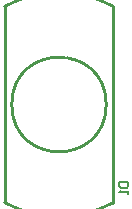
<source format=gbo>
G04*
G04 #@! TF.GenerationSoftware,Altium Limited,Altium Designer,22.2.1 (43)*
G04*
G04 Layer_Color=32896*
%FSAX24Y24*%
%MOIN*%
G70*
G04*
G04 #@! TF.SameCoordinates,E8211669-D0EB-40F5-9659-E9546459CE39*
G04*
G04*
G04 #@! TF.FilePolarity,Positive*
G04*
G01*
G75*
%ADD12C,0.0080*%
%ADD37C,0.0100*%
D12*
X023270Y019480D02*
X023570D01*
Y019330D01*
X023520Y019280D01*
X023320D01*
X023270Y019330D01*
Y019480D01*
X023570Y019180D02*
Y019080D01*
Y019130D01*
X023270D01*
X023320Y019180D01*
D37*
X023071Y025315D02*
G03*
X019449Y025315I-001811J-003268D01*
G01*
Y018780D02*
G03*
X023071Y018780I001811J003268D01*
G01*
X022835Y022047D02*
G03*
X022835Y022047I-001575J000000D01*
G01*
X023071D02*
Y025315D01*
X019449Y022047D02*
Y025315D01*
Y018780D02*
Y022047D01*
X023071Y018780D02*
Y022047D01*
M02*

</source>
